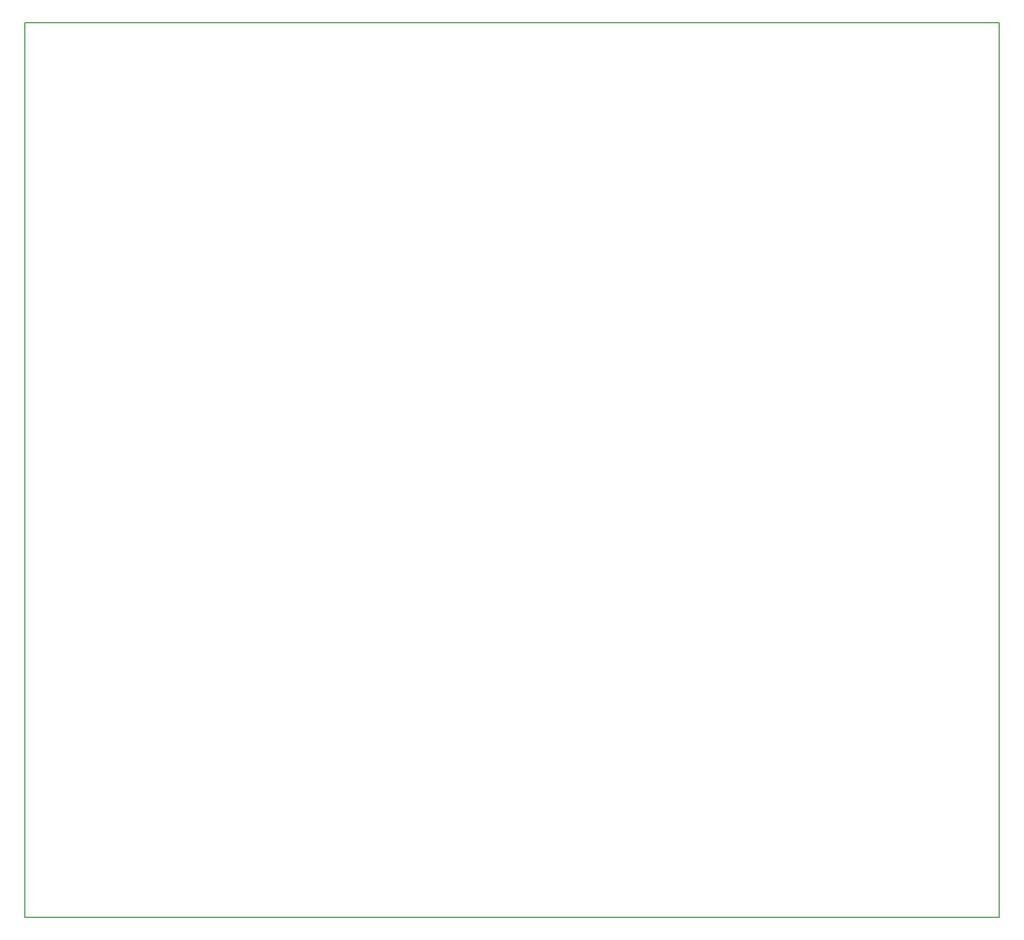
<source format=gbr>
G04 #@! TF.FileFunction,Profile,NP*
%FSLAX46Y46*%
G04 Gerber Fmt 4.6, Leading zero omitted, Abs format (unit mm)*
G04 Created by KiCad (PCBNEW 4.0.3-stable) date 01/27/17 20:04:36*
%MOMM*%
%LPD*%
G01*
G04 APERTURE LIST*
%ADD10C,0.100000*%
%ADD11C,0.150000*%
G04 APERTURE END LIST*
D10*
D11*
X17780000Y-165100000D02*
X17780000Y-21590000D01*
X173990000Y-165100000D02*
X17780000Y-165100000D01*
X173990000Y-21590000D02*
X173990000Y-165100000D01*
X17780000Y-21590000D02*
X173990000Y-21590000D01*
M02*

</source>
